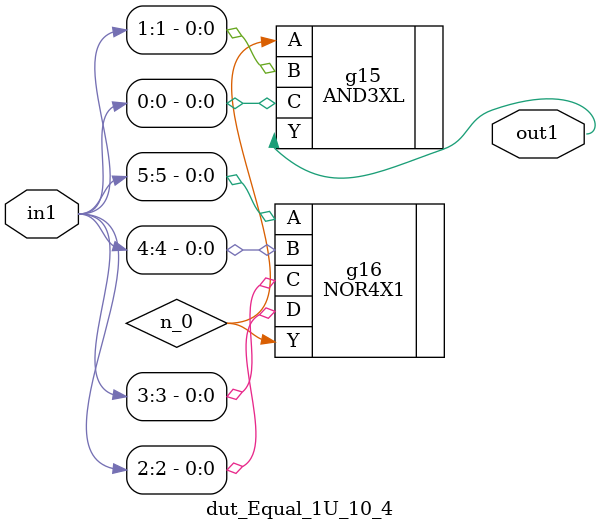
<source format=v>
`timescale 1ps / 1ps


module dut_Equal_1U_10_4(in1, out1);
  input [5:0] in1;
  output out1;
  wire [5:0] in1;
  wire out1;
  wire n_0;
  AND3XL g15(.A (n_0), .B (in1[1]), .C (in1[0]), .Y (out1));
  NOR4X1 g16(.A (in1[5]), .B (in1[4]), .C (in1[3]), .D (in1[2]), .Y
       (n_0));
endmodule



</source>
